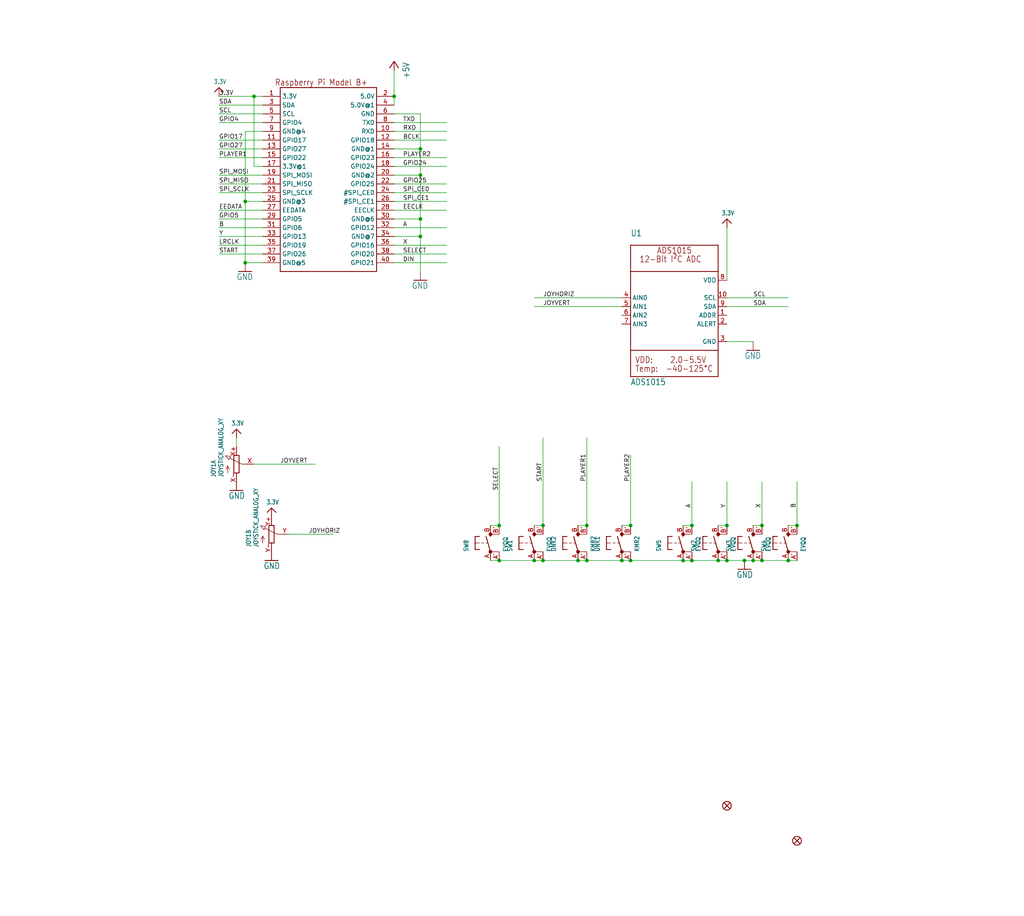
<source format=kicad_sch>
(kicad_sch (version 20211123) (generator eeschema)
  (paper "User" 297.002 265.684)
  (lib_symbols
    (symbol "eagleSchem-eagle-import:+5V" (power)
      (property "Value" "+5V" (at -2.54 -5.08 90))
      (symbol "+5V_1_0"
        (polyline (pts (xy 0 0) (xy -1.27 -1.905)) (stroke (width 0.254)))
        (polyline (pts (xy 1.27 -1.905) (xy 0 0)) (stroke (width 0.254)))
        (pin power_in line (at 0 -2.54 90) (length 2.54) (name "+5V") (number "1"))
      )
    )
    (symbol "eagleSchem-eagle-import:3.3V" (power)
      (property "Value" "3.3V" (at -1.524 1.016 0))
      (symbol "3.3V_1_0"
        (polyline (pts (xy -1.27 -1.27) (xy 0 0)) (stroke (width 0.254)))
        (polyline (pts (xy 0 0) (xy 1.27 -1.27)) (stroke (width 0.254)))
        (pin power_in line (at 0 -2.54 90) (length 2.54) (name "3.3V") (number "1"))
      )
    )
    (symbol "eagleSchem-eagle-import:ADC_ADS1015"
      (property "Reference" "U" (at -12.7 20.32 0))
      (property "Value" "ADC_ADS1015" (at -12.7 -22.86 0))
      (symbol "ADC_ADS1015_1_0"
        (polyline (pts (xy -12.7 -12.7) (xy -12.7 -20.32)) (stroke (width 0.254)))
        (polyline (pts (xy -12.7 -12.7) (xy -12.7 10.16)) (stroke (width 0.254)))
        (polyline (pts (xy -12.7 10.16) (xy 12.7 10.16)) (stroke (width 0.254)))
        (polyline (pts (xy -12.7 17.78) (xy -12.7 10.16)) (stroke (width 0.254)))
        (polyline (pts (xy -12.7 17.78) (xy 12.7 17.78)) (stroke (width 0.254)))
        (polyline (pts (xy 12.7 -20.32) (xy -12.7 -20.32)) (stroke (width 0.254)))
        (polyline (pts (xy 12.7 -12.7) (xy -12.7 -12.7)) (stroke (width 0.254)))
        (polyline (pts (xy 12.7 -12.7) (xy 12.7 -20.32)) (stroke (width 0.254)))
        (polyline (pts (xy 12.7 10.16) (xy 12.7 -12.7)) (stroke (width 0.254)))
        (polyline (pts (xy 12.7 17.78) (xy 12.7 10.16)) (stroke (width 0.254)))
        (text "-40-125°C" (at -2.54 -19.05 0) (effects (font (size 1.778 1.5113)) (justify left bottom)))
        (text "12-Bit I²C ADC" (at -10.16 12.7 0) (effects (font (size 1.778 1.5113)) (justify left bottom)))
        (text "2.0-5.5V" (at -1.27 -16.51 0) (effects (font (size 1.778 1.5113)) (justify left bottom)))
        (text "ADS1015" (at -5.08 15.24 0) (effects (font (size 1.778 1.5113)) (justify left bottom)))
        (text "Temp:" (at -11.43 -19.05 0) (effects (font (size 1.778 1.5113)) (justify left bottom)))
        (text "VDD:" (at -11.43 -16.51 0) (effects (font (size 1.778 1.5113)) (justify left bottom)))
        (pin bidirectional line (at 15.24 -2.54 180) (length 2.54) (name "ADDR") (number "1"))
        (pin bidirectional line (at 15.24 2.54 180) (length 2.54) (name "SCL") (number "10"))
        (pin bidirectional line (at 15.24 -5.08 180) (length 2.54) (name "ALERT") (number "2"))
        (pin bidirectional line (at 15.24 -10.16 180) (length 2.54) (name "GND") (number "3"))
        (pin bidirectional line (at -15.24 2.54 0) (length 2.54) (name "AIN0") (number "4"))
        (pin bidirectional line (at -15.24 0 0) (length 2.54) (name "AIN1") (number "5"))
        (pin bidirectional line (at -15.24 -2.54 0) (length 2.54) (name "AIN2") (number "6"))
        (pin bidirectional line (at -15.24 -5.08 0) (length 2.54) (name "AIN3") (number "7"))
        (pin bidirectional line (at 15.24 7.62 180) (length 2.54) (name "VDD") (number "8"))
        (pin bidirectional line (at 15.24 0 180) (length 2.54) (name "SDA") (number "9"))
      )
    )
    (symbol "eagleSchem-eagle-import:FIDUCIAL_1MM"
      (symbol "FIDUCIAL_1MM_1_0"
        (polyline (pts (xy -0.762 0.762) (xy 0.762 -0.762)) (stroke (width 0.254)))
        (polyline (pts (xy 0.762 0.762) (xy -0.762 -0.762)) (stroke (width 0.254)))
        (circle (center 0 0) (radius 1.27) (stroke (width 0.254)))
      )
    )
    (symbol "eagleSchem-eagle-import:GND" (power)
      (property "Value" "GND" (at -2.54 -2.54 0))
      (symbol "GND_1_0"
        (polyline (pts (xy -1.905 0) (xy 1.905 0)) (stroke (width 0.254)))
        (pin power_in line (at 0 2.54 270) (length 2.54) (name "GND") (number "1"))
      )
    )
    (symbol "eagleSchem-eagle-import:JOYSTICK_ANALOG_XY"
      (property "Reference" "JOY" (at -5.969 -3.81 90))
      (property "Value" "JOYSTICK_ANALOG_XY" (at -3.81 -3.81 90))
      (symbol "JOYSTICK_ANALOG_XY_1_0"
        (polyline (pts (xy -3.1989 2.4495) (xy -1.7018 2.2352)) (stroke (width 0.1524)))
        (polyline (pts (xy -2.54 -2.54) (xy -2.54 -0.508)) (stroke (width 0.1524)))
        (polyline (pts (xy -2.54 -0.508) (xy -3.048 -1.524)) (stroke (width 0.1524)))
        (polyline (pts (xy -2.54 -0.508) (xy -2.032 -1.524)) (stroke (width 0.1524)))
        (polyline (pts (xy -2.1597 1.2939) (xy -3.1989 2.4495)) (stroke (width 0.1524)))
        (polyline (pts (xy -2.1597 1.2939) (xy -1.7018 2.2352)) (stroke (width 0.1524)))
        (polyline (pts (xy -0.762 -2.54) (xy 0.762 -2.54)) (stroke (width 0.254)))
        (polyline (pts (xy -0.762 2.54) (xy -0.762 -2.54)) (stroke (width 0.254)))
        (polyline (pts (xy 0.762 -2.54) (xy 0.762 2.54)) (stroke (width 0.254)))
        (polyline (pts (xy 0.762 2.54) (xy -0.762 2.54)) (stroke (width 0.254)))
        (polyline (pts (xy 1.651 0) (xy -1.8796 1.7526)) (stroke (width 0.1524)))
        (polyline (pts (xy 2.54 0) (xy 1.651 0)) (stroke (width 0.1524)))
        (pin passive line (at 5.08 0 180) (length 2.54) (name "S") (number "X"))
        (pin passive line (at 0 5.08 270) (length 2.54) (name "E") (number "X+"))
        (pin passive line (at 0 -5.08 90) (length 2.54) (name "A") (number "X-"))
      )
      (symbol "JOYSTICK_ANALOG_XY_2_0"
        (polyline (pts (xy -3.1989 2.4495) (xy -1.7018 2.2352)) (stroke (width 0.1524)))
        (polyline (pts (xy -2.54 -2.54) (xy -2.54 -0.508)) (stroke (width 0.1524)))
        (polyline (pts (xy -2.54 -0.508) (xy -3.048 -1.524)) (stroke (width 0.1524)))
        (polyline (pts (xy -2.54 -0.508) (xy -2.032 -1.524)) (stroke (width 0.1524)))
        (polyline (pts (xy -2.1597 1.2939) (xy -3.1989 2.4495)) (stroke (width 0.1524)))
        (polyline (pts (xy -2.1597 1.2939) (xy -1.7018 2.2352)) (stroke (width 0.1524)))
        (polyline (pts (xy -0.762 -2.54) (xy 0.762 -2.54)) (stroke (width 0.254)))
        (polyline (pts (xy -0.762 2.54) (xy -0.762 -2.54)) (stroke (width 0.254)))
        (polyline (pts (xy 0.762 -2.54) (xy 0.762 2.54)) (stroke (width 0.254)))
        (polyline (pts (xy 0.762 2.54) (xy -0.762 2.54)) (stroke (width 0.254)))
        (polyline (pts (xy 1.651 0) (xy -1.8796 1.7526)) (stroke (width 0.1524)))
        (polyline (pts (xy 2.54 0) (xy 1.651 0)) (stroke (width 0.1524)))
        (pin passive line (at 5.08 0 180) (length 2.54) (name "S") (number "Y"))
        (pin passive line (at 0 5.08 270) (length 2.54) (name "E") (number "Y+"))
        (pin passive line (at 0 -5.08 90) (length 2.54) (name "A") (number "Y-"))
      )
    )
    (symbol "eagleSchem-eagle-import:RASPBERRYPI_BPLUS_BONNETSMT"
      (symbol "RASPBERRYPI_BPLUS_BONNETSMT_1_0"
        (polyline (pts (xy -12.7 -30.48) (xy -12.7 22.86)) (stroke (width 0.254)))
        (polyline (pts (xy -12.7 22.86) (xy 15.24 22.86)) (stroke (width 0.254)))
        (polyline (pts (xy 15.24 -30.48) (xy -12.7 -30.48)) (stroke (width 0.254)))
        (polyline (pts (xy 15.24 22.86) (xy 15.24 -30.48)) (stroke (width 0.254)))
        (text "Raspberry Pi Model B+" (at 12.7 25.4 0) (effects (font (size 1.778 1.5113)) (justify right top)))
        (pin power_in line (at -17.78 20.32 0) (length 5.08) (name "3.3V") (number "1"))
        (pin bidirectional line (at 20.32 10.16 180) (length 5.08) (name "RXD") (number "10"))
        (pin bidirectional line (at -17.78 7.62 0) (length 5.08) (name "GPIO17") (number "11"))
        (pin bidirectional line (at 20.32 7.62 180) (length 5.08) (name "GPIO18") (number "12"))
        (pin bidirectional line (at -17.78 5.08 0) (length 5.08) (name "GPIO27") (number "13"))
        (pin power_in line (at 20.32 5.08 180) (length 5.08) (name "GND@1") (number "14"))
        (pin bidirectional line (at -17.78 2.54 0) (length 5.08) (name "GPIO22") (number "15"))
        (pin bidirectional line (at 20.32 2.54 180) (length 5.08) (name "GPIO23") (number "16"))
        (pin power_in line (at -17.78 0 0) (length 5.08) (name "3.3V@1") (number "17"))
        (pin bidirectional line (at 20.32 0 180) (length 5.08) (name "GPIO24") (number "18"))
        (pin bidirectional line (at -17.78 -2.54 0) (length 5.08) (name "SPI_MOSI") (number "19"))
        (pin power_in line (at 20.32 20.32 180) (length 5.08) (name "5.0V") (number "2"))
        (pin power_in line (at 20.32 -2.54 180) (length 5.08) (name "GND@2") (number "20"))
        (pin bidirectional line (at -17.78 -5.08 0) (length 5.08) (name "SPI_MISO") (number "21"))
        (pin bidirectional line (at 20.32 -5.08 180) (length 5.08) (name "GPIO25") (number "22"))
        (pin bidirectional line (at -17.78 -7.62 0) (length 5.08) (name "SPI_SCLK") (number "23"))
        (pin bidirectional line (at 20.32 -7.62 180) (length 5.08) (name "#SPI_CE0") (number "24"))
        (pin power_in line (at -17.78 -10.16 0) (length 5.08) (name "GND@3") (number "25"))
        (pin bidirectional line (at 20.32 -10.16 180) (length 5.08) (name "#SPI_CE1") (number "26"))
        (pin bidirectional line (at -17.78 -12.7 0) (length 5.08) (name "EEDATA") (number "27"))
        (pin bidirectional line (at 20.32 -12.7 180) (length 5.08) (name "EECLK") (number "28"))
        (pin bidirectional line (at -17.78 -15.24 0) (length 5.08) (name "GPIO5") (number "29"))
        (pin bidirectional line (at -17.78 17.78 0) (length 5.08) (name "SDA") (number "3"))
        (pin power_in line (at 20.32 -15.24 180) (length 5.08) (name "GND@6") (number "30"))
        (pin bidirectional line (at -17.78 -17.78 0) (length 5.08) (name "GPIO6") (number "31"))
        (pin bidirectional line (at 20.32 -17.78 180) (length 5.08) (name "GPIO12") (number "32"))
        (pin bidirectional line (at -17.78 -20.32 0) (length 5.08) (name "GPIO13") (number "33"))
        (pin power_in line (at 20.32 -20.32 180) (length 5.08) (name "GND@7") (number "34"))
        (pin bidirectional line (at -17.78 -22.86 0) (length 5.08) (name "GPIO19") (number "35"))
        (pin bidirectional line (at 20.32 -22.86 180) (length 5.08) (name "GPIO16") (number "36"))
        (pin bidirectional line (at -17.78 -25.4 0) (length 5.08) (name "GPIO26") (number "37"))
        (pin bidirectional line (at 20.32 -25.4 180) (length 5.08) (name "GPIO20") (number "38"))
        (pin power_in line (at -17.78 -27.94 0) (length 5.08) (name "GND@5") (number "39"))
        (pin power_in line (at 20.32 17.78 180) (length 5.08) (name "5.0V@1") (number "4"))
        (pin bidirectional line (at 20.32 -27.94 180) (length 5.08) (name "GPIO21") (number "40"))
        (pin bidirectional line (at -17.78 15.24 0) (length 5.08) (name "SCL") (number "5"))
        (pin power_in line (at 20.32 15.24 180) (length 5.08) (name "GND") (number "6"))
        (pin bidirectional line (at -17.78 12.7 0) (length 5.08) (name "GPIO4") (number "7"))
        (pin bidirectional line (at 20.32 12.7 180) (length 5.08) (name "TXD") (number "8"))
        (pin power_in line (at -17.78 10.16 0) (length 5.08) (name "GND@4") (number "9"))
      )
    )
    (symbol "eagleSchem-eagle-import:SWITCH_TACT_SMT4.6X2.8"
      (property "Reference" "SW" (at -2.54 6.35 0))
      (property "Value" "SWITCH_TACT_SMT4.6X2.8" (at -2.54 -5.08 0))
      (symbol "SWITCH_TACT_SMT4.6X2.8_1_0"
        (circle (center -2.54 0) (radius 0.127) (stroke (width 0.4064)))
        (polyline (pts (xy -2.54 -2.54) (xy -2.54 0)) (stroke (width 0.1524)))
        (polyline (pts (xy -2.54 0) (xy 1.905 1.27)) (stroke (width 0.254)))
        (polyline (pts (xy -1.905 4.445) (xy -1.905 3.175)) (stroke (width 0.254)))
        (polyline (pts (xy 0 1.27) (xy 0 0.635)) (stroke (width 0.1524)))
        (polyline (pts (xy 0 2.54) (xy 0 1.905)) (stroke (width 0.1524)))
        (polyline (pts (xy 0 4.445) (xy -1.905 4.445)) (stroke (width 0.254)))
        (polyline (pts (xy 0 4.445) (xy 0 3.175)) (stroke (width 0.1524)))
        (polyline (pts (xy 1.905 0) (xy 2.54 0)) (stroke (width 0.254)))
        (polyline (pts (xy 1.905 4.445) (xy 0 4.445)) (stroke (width 0.254)))
        (polyline (pts (xy 1.905 4.445) (xy 1.905 3.175)) (stroke (width 0.254)))
        (polyline (pts (xy 2.54 -2.54) (xy 2.54 0)) (stroke (width 0.1524)))
        (circle (center 2.54 0) (radius 0.127) (stroke (width 0.4064)))
        (pin passive line (at -5.08 0 0) (length 2.54) (name "P") (number "A"))
        (pin passive line (at -5.08 -2.54 0) (length 2.54) (name "P1") (number "A'"))
        (pin passive line (at 5.08 0 180) (length 2.54) (name "S") (number "B"))
        (pin passive line (at 5.08 -2.54 180) (length 2.54) (name "S1") (number "B'"))
      )
    )
    (symbol "eagleSchem-eagle-import:SWITCH_TACT_SMT_EVQQ2_SMALL"
      (property "Reference" "SW" (at -2.54 6.35 0))
      (property "Value" "SWITCH_TACT_SMT_EVQQ2_SMALL" (at -2.54 -5.08 0))
      (symbol "SWITCH_TACT_SMT_EVQQ2_SMALL_1_0"
        (circle (center -2.54 0) (radius 0.127) (stroke (width 0.4064)))
        (polyline (pts (xy -2.54 -2.54) (xy -2.54 0)) (stroke (width 0.1524)))
        (polyline (pts (xy -2.54 0) (xy 1.905 1.27)) (stroke (width 0.254)))
        (polyline (pts (xy -1.905 4.445) (xy -1.905 3.175)) (stroke (width 0.254)))
        (polyline (pts (xy 0 1.27) (xy 0 0.635)) (stroke (width 0.1524)))
        (polyline (pts (xy 0 2.54) (xy 0 1.905)) (stroke (width 0.1524)))
        (polyline (pts (xy 0 4.445) (xy -1.905 4.445)) (stroke (width 0.254)))
        (polyline (pts (xy 0 4.445) (xy 0 3.175)) (stroke (width 0.1524)))
        (polyline (pts (xy 1.905 0) (xy 2.54 0)) (stroke (width 0.254)))
        (polyline (pts (xy 1.905 4.445) (xy 0 4.445)) (stroke (width 0.254)))
        (polyline (pts (xy 1.905 4.445) (xy 1.905 3.175)) (stroke (width 0.254)))
        (polyline (pts (xy 2.54 -2.54) (xy 2.54 0)) (stroke (width 0.1524)))
        (circle (center 2.54 0) (radius 0.127) (stroke (width 0.4064)))
        (pin passive line (at -5.08 0 0) (length 2.54) (name "P") (number "A"))
        (pin passive line (at -5.08 -2.54 0) (length 2.54) (name "P1") (number "A'"))
        (pin passive line (at 5.08 0 180) (length 2.54) (name "S") (number "B"))
        (pin passive line (at 5.08 -2.54 180) (length 2.54) (name "S1") (number "B'"))
      )
    )
  )
  (junction (at 208.28 162.56))
  (junction (at 121.92 50.8))
  (junction (at 182.88 152.4))
  (junction (at 182.88 162.56))
  (junction (at 220.98 152.4))
  (junction (at 71.12 76.2))
  (junction (at 210.82 162.56))
  (junction (at 157.48 152.4))
  (junction (at 144.78 162.56))
  (junction (at 71.12 58.42))
  (junction (at 73.66 27.94))
  (junction (at 200.66 152.4))
  (junction (at 198.12 162.56))
  (junction (at 228.6 162.56))
  (junction (at 210.82 152.4))
  (junction (at 121.92 68.58))
  (junction (at 180.34 162.56))
  (junction (at 215.9 162.56))
  (junction (at 121.92 43.18))
  (junction (at 170.18 162.56))
  (junction (at 144.78 152.4))
  (junction (at 218.44 162.56))
  (junction (at 167.64 162.56))
  (junction (at 121.92 63.5))
  (junction (at 220.98 162.56))
  (junction (at 154.94 162.56))
  (junction (at 157.48 162.56))
  (junction (at 231.14 152.4))
  (junction (at 114.3 27.94))
  (junction (at 170.18 152.4))
  (junction (at 200.66 162.56))
  (wire (pts (xy 114.3 27.94) (xy 114.3 20.32)))
  (wire (pts (xy 218.44 162.56) (xy 220.98 162.56)))
  (wire (pts (xy 76.2 27.94) (xy 73.66 27.94)))
  (wire (pts (xy 114.3 53.34) (xy 129.54 53.34)))
  (wire (pts (xy 63.5 43.18) (xy 76.2 43.18)))
  (wire (pts (xy 182.88 152.4) (xy 182.88 132.08)))
  (wire (pts (xy 73.66 27.94) (xy 63.5 27.94)))
  (wire (pts (xy 170.18 152.4) (xy 170.18 127)))
  (wire (pts (xy 76.2 30.48) (xy 63.5 30.48)))
  (wire (pts (xy 210.82 86.36) (xy 228.6 86.36)))
  (wire (pts (xy 180.34 152.4) (xy 182.88 152.4)))
  (wire (pts (xy 157.48 162.56) (xy 154.94 162.56)))
  (wire (pts (xy 142.24 152.4) (xy 144.78 152.4)))
  (wire (pts (xy 114.3 33.02) (xy 121.92 33.02)))
  (wire (pts (xy 71.12 58.42) (xy 76.2 58.42)))
  (wire (pts (xy 129.54 38.1) (xy 114.3 38.1)))
  (wire (pts (xy 114.3 68.58) (xy 121.92 68.58)))
  (wire (pts (xy 154.94 162.56) (xy 144.78 162.56)))
  (wire (pts (xy 231.14 152.4) (xy 228.6 152.4)))
  (wire (pts (xy 63.5 50.8) (xy 76.2 50.8)))
  (wire (pts (xy 215.9 162.56) (xy 218.44 162.56)))
  (wire (pts (xy 114.3 58.42) (xy 129.54 58.42)))
  (wire (pts (xy 63.5 73.66) (xy 76.2 73.66)))
  (wire (pts (xy 114.3 76.2) (xy 129.54 76.2)))
  (wire (pts (xy 208.28 152.4) (xy 210.82 152.4)))
  (wire (pts (xy 114.3 71.12) (xy 129.54 71.12)))
  (wire (pts (xy 114.3 55.88) (xy 129.54 55.88)))
  (wire (pts (xy 121.92 33.02) (xy 121.92 43.18)))
  (wire (pts (xy 154.94 88.9) (xy 180.34 88.9)))
  (wire (pts (xy 63.5 63.5) (xy 76.2 63.5)))
  (wire (pts (xy 231.14 139.7) (xy 231.14 152.4)))
  (wire (pts (xy 63.5 68.58) (xy 76.2 68.58)))
  (wire (pts (xy 63.5 53.34) (xy 76.2 53.34)))
  (wire (pts (xy 83.82 154.94) (xy 96.52 154.94)))
  (wire (pts (xy 210.82 66.04) (xy 210.82 81.28)))
  (wire (pts (xy 210.82 139.7) (xy 210.82 152.4)))
  (wire (pts (xy 76.2 35.56) (xy 63.5 35.56)))
  (wire (pts (xy 198.12 162.56) (xy 200.66 162.56)))
  (wire (pts (xy 114.3 60.96) (xy 129.54 60.96)))
  (wire (pts (xy 114.3 45.72) (xy 129.54 45.72)))
  (wire (pts (xy 63.5 71.12) (xy 76.2 71.12)))
  (wire (pts (xy 170.18 162.56) (xy 167.64 162.56)))
  (wire (pts (xy 167.64 162.56) (xy 157.48 162.56)))
  (wire (pts (xy 208.28 162.56) (xy 210.82 162.56)))
  (wire (pts (xy 228.6 88.9) (xy 210.82 88.9)))
  (wire (pts (xy 71.12 58.42) (xy 71.12 76.2)))
  (wire (pts (xy 157.48 152.4) (xy 157.48 127)))
  (wire (pts (xy 76.2 60.96) (xy 63.5 60.96)))
  (wire (pts (xy 63.5 55.88) (xy 76.2 55.88)))
  (wire (pts (xy 114.3 63.5) (xy 121.92 63.5)))
  (wire (pts (xy 220.98 152.4) (xy 220.98 139.7)))
  (wire (pts (xy 121.92 43.18) (xy 121.92 50.8)))
  (wire (pts (xy 114.3 30.48) (xy 114.3 27.94)))
  (wire (pts (xy 218.44 152.4) (xy 220.98 152.4)))
  (wire (pts (xy 114.3 73.66) (xy 129.54 73.66)))
  (wire (pts (xy 76.2 33.02) (xy 63.5 33.02)))
  (wire (pts (xy 121.92 63.5) (xy 121.92 68.58)))
  (wire (pts (xy 180.34 86.36) (xy 154.94 86.36)))
  (wire (pts (xy 180.34 162.56) (xy 170.18 162.56)))
  (wire (pts (xy 220.98 162.56) (xy 228.6 162.56)))
  (wire (pts (xy 76.2 45.72) (xy 63.5 45.72)))
  (wire (pts (xy 182.88 162.56) (xy 180.34 162.56)))
  (wire (pts (xy 200.66 162.56) (xy 208.28 162.56)))
  (wire (pts (xy 144.78 162.56) (xy 142.24 162.56)))
  (wire (pts (xy 76.2 76.2) (xy 71.12 76.2)))
  (wire (pts (xy 228.6 162.56) (xy 231.14 162.56)))
  (wire (pts (xy 114.3 40.64) (xy 129.54 40.64)))
  (wire (pts (xy 114.3 50.8) (xy 121.92 50.8)))
  (wire (pts (xy 114.3 48.26) (xy 129.54 48.26)))
  (wire (pts (xy 121.92 50.8) (xy 121.92 63.5)))
  (wire (pts (xy 144.78 129.54) (xy 144.78 152.4)))
  (wire (pts (xy 198.12 162.56) (xy 182.88 162.56)))
  (wire (pts (xy 200.66 152.4) (xy 200.66 139.7)))
  (wire (pts (xy 218.44 99.06) (xy 210.82 99.06)))
  (wire (pts (xy 71.12 38.1) (xy 76.2 38.1)))
  (wire (pts (xy 121.92 68.58) (xy 121.92 78.74)))
  (wire (pts (xy 63.5 66.04) (xy 76.2 66.04)))
  (wire (pts (xy 68.58 127) (xy 68.58 129.54)))
  (wire (pts (xy 154.94 152.4) (xy 157.48 152.4)))
  (wire (pts (xy 167.64 152.4) (xy 170.18 152.4)))
  (wire (pts (xy 76.2 40.64) (xy 63.5 40.64)))
  (wire (pts (xy 73.66 134.62) (xy 91.44 134.62)))
  (wire (pts (xy 71.12 58.42) (xy 71.12 38.1)))
  (wire (pts (xy 73.66 48.26) (xy 73.66 27.94)))
  (wire (pts (xy 114.3 66.04) (xy 129.54 66.04)))
  (wire (pts (xy 210.82 162.56) (xy 215.9 162.56)))
  (wire (pts (xy 200.66 152.4) (xy 198.12 152.4)))
  (wire (pts (xy 114.3 35.56) (xy 129.54 35.56)))
  (wire (pts (xy 73.66 48.26) (xy 76.2 48.26)))
  (wire (pts (xy 114.3 43.18) (xy 121.92 43.18)))
  (label "JOYVERT" (at 157.48 88.9 0) (effects (font (size 1.2446 1.2446))))
  (label "TXD" (at 116.84 35.56 0) (effects (font (size 1.2446 1.2446))))
  (label "X" (at 220.98 147.32 90) (effects (font (size 1.2446 1.2446))))
  (label "PLAYER2" (at 182.88 139.7 90) (effects (font (size 1.2446 1.2446))))
  (label "JOYHORIZ" (at 157.48 86.36 0) (effects (font (size 1.2446 1.2446))))
  (label "SELECT" (at 144.78 142.24 90) (effects (font (size 1.2446 1.2446))))
  (label "LRCLK" (at 63.5 71.12 0) (effects (font (size 1.2446 1.2446))))
  (label "GPIO4" (at 63.5 35.56 0) (effects (font (size 1.2446 1.2446))))
  (label "RXD" (at 116.84 38.1 0) (effects (font (size 1.2446 1.2446))))
  (label "EEDATA" (at 63.5 60.96 0) (effects (font (size 1.2446 1.2446))))
  (label "GPIO5" (at 63.5 63.5 0) (effects (font (size 1.2446 1.2446))))
  (label "START" (at 63.5 73.66 0) (effects (font (size 1.2446 1.2446))))
  (label "B" (at 231.14 147.32 90) (effects (font (size 1.2446 1.2446))))
  (label "BCLK" (at 116.84 40.64 0) (effects (font (size 1.2446 1.2446))))
  (label "START" (at 157.48 139.7 90) (effects (font (size 1.2446 1.2446))))
  (label "GPIO17" (at 63.5 40.64 0) (effects (font (size 1.2446 1.2446))))
  (label "Y" (at 63.5 68.58 0) (effects (font (size 1.2446 1.2446))))
  (label "SCL" (at 218.44 86.36 0) (effects (font (size 1.2446 1.2446))))
  (label "SPI_MOSI" (at 63.5 50.8 0) (effects (font (size 1.2446 1.2446))))
  (label "GPIO25" (at 116.84 53.34 0) (effects (font (size 1.2446 1.2446))))
  (label "PLAYER1" (at 63.5 45.72 0) (effects (font (size 1.2446 1.2446))))
  (label "PLAYER1" (at 170.18 139.7 90) (effects (font (size 1.2446 1.2446))))
  (label "SELECT" (at 116.84 73.66 0) (effects (font (size 1.2446 1.2446))))
  (label "X" (at 116.84 71.12 0) (effects (font (size 1.2446 1.2446))))
  (label "SPI_CE1" (at 116.84 58.42 0) (effects (font (size 1.2446 1.2446))))
  (label "A" (at 116.84 66.04 0) (effects (font (size 1.2446 1.2446))))
  (label "JOYVERT" (at 81.28 134.62 0) (effects (font (size 1.2446 1.2446))))
  (label "SDA" (at 218.44 88.9 0) (effects (font (size 1.2446 1.2446))))
  (label "SPI_MISO" (at 63.5 53.34 0) (effects (font (size 1.2446 1.2446))))
  (label "3.3V" (at 63.5 27.94 0) (effects (font (size 1.2446 1.2446))))
  (label "SCL" (at 63.5 33.02 0) (effects (font (size 1.2446 1.2446))))
  (label "Y" (at 210.82 147.32 90) (effects (font (size 1.2446 1.2446))))
  (label "DIN" (at 116.84 76.2 0) (effects (font (size 1.2446 1.2446))))
  (label "SPI_CE0" (at 116.84 55.88 0) (effects (font (size 1.2446 1.2446))))
  (label "SDA" (at 63.5 30.48 0) (effects (font (size 1.2446 1.2446))))
  (label "GPIO27" (at 63.5 43.18 0) (effects (font (size 1.2446 1.2446))))
  (label "PLAYER2" (at 116.84 45.72 0) (effects (font (size 1.2446 1.2446))))
  (label "JOYHORIZ" (at 89.535 154.94 0) (effects (font (size 1.2446 1.2446))))
  (label "A" (at 200.66 147.32 90) (effects (font (size 1.2446 1.2446))))
  (label "GPIO24" (at 116.84 48.26 0) (effects (font (size 1.2446 1.2446))))
  (label "B" (at 63.5 66.04 0) (effects (font (size 1.2446 1.2446))))
  (label "SPI_SCLK" (at 63.5 55.88 0) (effects (font (size 1.2446 1.2446))))
  (label "EECLK" (at 116.84 60.96 0) (effects (font (size 1.2446 1.2446))))
  (symbol (lib_id "eagleSchem-eagle-import:GND") (at 121.92 81.28 0) (unit 1)
    (property "Reference" "#GND2" (effects hide))
    (property "Value" "GND" (at 119.38 83.82 0) (effects (font (size 1.778 1.5113)) (justify left bottom)))
    (property "Footprint" "eagleSchem:" (effects hide))
  )
  (symbol (lib_id "eagleSchem-eagle-import:3.3V") (at 210.82 63.5 0) (unit 1)
    (property "Reference" "#U$4" (effects hide))
    (property "Value" "3.3V" (at 209.296 62.484 0) (effects (font (size 1.27 1.0795)) (justify left bottom)))
    (property "Footprint" "eagleSchem:" (effects hide))
  )
  (symbol (lib_id "eagleSchem-eagle-import:ADC_ADS1015") (at 195.58 88.9 0) (unit 1)
    (property "Reference" "U1" (at 182.88 68.58 0) (effects (font (size 1.778 1.5113)) (justify left bottom)))
    (property "Value" "ADS1015" (at 182.88 111.76 0) (effects (font (size 1.778 1.5113)) (justify left bottom)))
    (property "Footprint" "eagleSchem:MSOP10" (effects hide))
  )
  (symbol (lib_id "eagleSchem-eagle-import:FIDUCIAL_1MM") (at 210.82 233.68 0) (unit 1)
    (property "Reference" "FID3" (effects hide))
    (property "Value" "FIDUCIAL_1MM" (effects hide))
    (property "Footprint" "eagleSchem:FIDUCIAL_1MM" (effects hide))
  )
  (symbol (lib_id "eagleSchem-eagle-import:SWITCH_TACT_SMT_EVQQ2_SMALL") (at 218.44 157.48 90) (unit 1)
    (property "Reference" "SW3" (at 212.09 160.02 0) (effects (font (size 1.27 1.0795)) (justify left bottom)))
    (property "Value" "EVQQ" (at 223.52 160.02 0) (effects (font (size 1.27 1.0795)) (justify left bottom)))
    (property "Footprint" "eagleSchem:EVQ-Q2_SMALLER" (effects hide))
  )
  (symbol (lib_id "eagleSchem-eagle-import:GND") (at 68.58 142.24 0) (mirror y) (unit 1)
    (property "Reference" "#GND3" (effects hide))
    (property "Value" "GND" (at 71.12 144.78 0) (effects (font (size 1.778 1.5113)) (justify left bottom)))
    (property "Footprint" "eagleSchem:" (effects hide))
  )
  (symbol (lib_id "eagleSchem-eagle-import:3.3V") (at 68.58 124.46 0) (unit 1)
    (property "Reference" "#U$3" (effects hide))
    (property "Value" "3.3V" (at 67.056 123.444 0) (effects (font (size 1.27 1.0795)) (justify left bottom)))
    (property "Footprint" "eagleSchem:" (effects hide))
  )
  (symbol (lib_id "eagleSchem-eagle-import:SWITCH_TACT_SMT4.6X2.8") (at 167.64 157.48 90) (unit 1)
    (property "Reference" "UNK2" (at 161.29 160.02 0) (effects (font (size 1.27 1.0795)) (justify left bottom)))
    (property "Value" "KMR2" (at 172.72 160.02 0) (effects (font (size 1.27 1.0795)) (justify left bottom)))
    (property "Footprint" "eagleSchem:BTN_KMR2_4.6X2.8" (effects hide))
  )
  (symbol (lib_id "eagleSchem-eagle-import:GND") (at 218.44 101.6 0) (unit 1)
    (property "Reference" "#GND4" (effects hide))
    (property "Value" "GND" (at 215.9 104.14 0) (effects (font (size 1.778 1.5113)) (justify left bottom)))
    (property "Footprint" "eagleSchem:" (effects hide))
  )
  (symbol (lib_id "eagleSchem-eagle-import:SWITCH_TACT_SMT_EVQQ2_SMALL") (at 154.94 157.48 90) (unit 1)
    (property "Reference" "SW1" (at 148.59 160.02 0) (effects (font (size 1.27 1.0795)) (justify left bottom)))
    (property "Value" "EVQQ" (at 160.02 160.02 0) (effects (font (size 1.27 1.0795)) (justify left bottom)))
    (property "Footprint" "eagleSchem:EVQ-Q2_SMALLER" (effects hide))
  )
  (symbol (lib_id "eagleSchem-eagle-import:3.3V") (at 63.5 25.4 0) (unit 1)
    (property "Reference" "#U$1" (effects hide))
    (property "Value" "3.3V" (at 61.976 24.384 0) (effects (font (size 1.27 1.0795)) (justify left bottom)))
    (property "Footprint" "eagleSchem:" (effects hide))
  )
  (symbol (lib_id "eagleSchem-eagle-import:3.3V") (at 78.74 147.32 0) (unit 1)
    (property "Reference" "#U$2" (effects hide))
    (property "Value" "3.3V" (at 77.216 146.304 0) (effects (font (size 1.27 1.0795)) (justify left bottom)))
    (property "Footprint" "eagleSchem:" (effects hide))
  )
  (symbol (lib_id "eagleSchem-eagle-import:GND") (at 71.12 78.74 0) (unit 1)
    (property "Reference" "#GND1" (effects hide))
    (property "Value" "GND" (at 68.58 81.28 0) (effects (font (size 1.778 1.5113)) (justify left bottom)))
    (property "Footprint" "eagleSchem:" (effects hide))
  )
  (symbol (lib_id "eagleSchem-eagle-import:FIDUCIAL_1MM") (at 231.14 243.84 0) (unit 1)
    (property "Reference" "FID2" (effects hide))
    (property "Value" "FIDUCIAL_1MM" (effects hide))
    (property "Footprint" "eagleSchem:FIDUCIAL_1MM" (effects hide))
  )
  (symbol (lib_id "eagleSchem-eagle-import:+5V") (at 114.3 17.78 0) (mirror y) (unit 1)
    (property "Reference" "#P+3" (effects hide))
    (property "Value" "+5V" (at 116.84 22.86 90) (effects (font (size 1.778 1.5113)) (justify left bottom)))
    (property "Footprint" "eagleSchem:" (effects hide))
  )
  (symbol (lib_id "eagleSchem-eagle-import:GND") (at 215.9 165.1 0) (mirror y) (unit 1)
    (property "Reference" "#GND6" (effects hide))
    (property "Value" "GND" (at 218.44 167.64 0) (effects (font (size 1.778 1.5113)) (justify left bottom)))
    (property "Footprint" "eagleSchem:" (effects hide))
  )
  (symbol (lib_id "eagleSchem-eagle-import:SWITCH_TACT_SMT_EVQQ2_SMALL") (at 228.6 157.48 90) (unit 1)
    (property "Reference" "SW4" (at 222.25 160.02 0) (effects (font (size 1.27 1.0795)) (justify left bottom)))
    (property "Value" "EVQQ" (at 233.68 160.02 0) (effects (font (size 1.27 1.0795)) (justify left bottom)))
    (property "Footprint" "eagleSchem:EVQ-Q2_SMALLER" (effects hide))
  )
  (symbol (lib_id "eagleSchem-eagle-import:RASPBERRYPI_BPLUS_BONNETSMT") (at 93.98 48.26 0) (unit 1)
    (property "Reference" "RPI1" (effects hide))
    (property "Value" "RASPBERRYPI_BPLUS_BONNETSMT" (effects hide))
    (property "Footprint" "eagleSchem:PI_BONNET_SMT" (effects hide))
  )
  (symbol (lib_id "eagleSchem-eagle-import:JOYSTICK_ANALOG_XY") (at 78.74 154.94 0) (unit 2)
    (property "Reference" "JOY1" (at 72.771 158.75 90) (effects (font (size 1.27 1.0795)) (justify left bottom)))
    (property "Value" "JOYSTICK_ANALOG_XY" (at 74.93 158.75 90) (effects (font (size 1.27 1.0795)) (justify left bottom)))
    (property "Footprint" "eagleSchem:JOYSTICK_ANALOG_MINITHM" (effects hide))
  )
  (symbol (lib_id "eagleSchem-eagle-import:SWITCH_TACT_SMT_EVQQ2_SMALL") (at 142.24 157.48 90) (unit 1)
    (property "Reference" "SW8" (at 135.89 160.02 0) (effects (font (size 1.27 1.0795)) (justify left bottom)))
    (property "Value" "EVQQ" (at 147.32 160.02 0) (effects (font (size 1.27 1.0795)) (justify left bottom)))
    (property "Footprint" "eagleSchem:EVQ-Q2_SMALLER" (effects hide))
  )
  (symbol (lib_id "eagleSchem-eagle-import:SWITCH_TACT_SMT_EVQQ2_SMALL") (at 208.28 157.48 90) (unit 1)
    (property "Reference" "SW2" (at 201.93 160.02 0) (effects (font (size 1.27 1.0795)) (justify left bottom)))
    (property "Value" "EVQQ" (at 213.36 160.02 0) (effects (font (size 1.27 1.0795)) (justify left bottom)))
    (property "Footprint" "eagleSchem:EVQ-Q2_SMALLER" (effects hide))
  )
  (symbol (lib_id "eagleSchem-eagle-import:SWITCH_TACT_SMT4.6X2.8") (at 180.34 157.48 90) (unit 1)
    (property "Reference" "UNK1" (at 173.99 160.02 0) (effects (font (size 1.27 1.0795)) (justify left bottom)))
    (property "Value" "KMR2" (at 185.42 160.02 0) (effects (font (size 1.27 1.0795)) (justify left bottom)))
    (property "Footprint" "eagleSchem:BTN_KMR2_4.6X2.8" (effects hide))
  )
  (symbol (lib_id "eagleSchem-eagle-import:GND") (at 78.74 162.56 0) (mirror y) (unit 1)
    (property "Reference" "#GND5" (effects hide))
    (property "Value" "GND" (at 81.28 165.1 0) (effects (font (size 1.778 1.5113)) (justify left bottom)))
    (property "Footprint" "eagleSchem:" (effects hide))
  )
  (symbol (lib_id "eagleSchem-eagle-import:SWITCH_TACT_SMT_EVQQ2_SMALL") (at 198.12 157.48 90) (unit 1)
    (property "Reference" "SW5" (at 191.77 160.02 0) (effects (font (size 1.27 1.0795)) (justify left bottom)))
    (property "Value" "EVQQ" (at 203.2 160.02 0) (effects (font (size 1.27 1.0795)) (justify left bottom)))
    (property "Footprint" "eagleSchem:EVQ-Q2_SMALLER" (effects hide))
  )
  (symbol (lib_id "eagleSchem-eagle-import:JOYSTICK_ANALOG_XY") (at 68.58 134.62 0) (unit 1)
    (property "Reference" "JOY1" (at 62.611 138.43 90) (effects (font (size 1.27 1.0795)) (justify left bottom)))
    (property "Value" "JOYSTICK_ANALOG_XY" (at 64.77 138.43 90) (effects (font (size 1.27 1.0795)) (justify left bottom)))
    (property "Footprint" "eagleSchem:JOYSTICK_ANALOG_MINITHM" (effects hide))
  )
)
</source>
